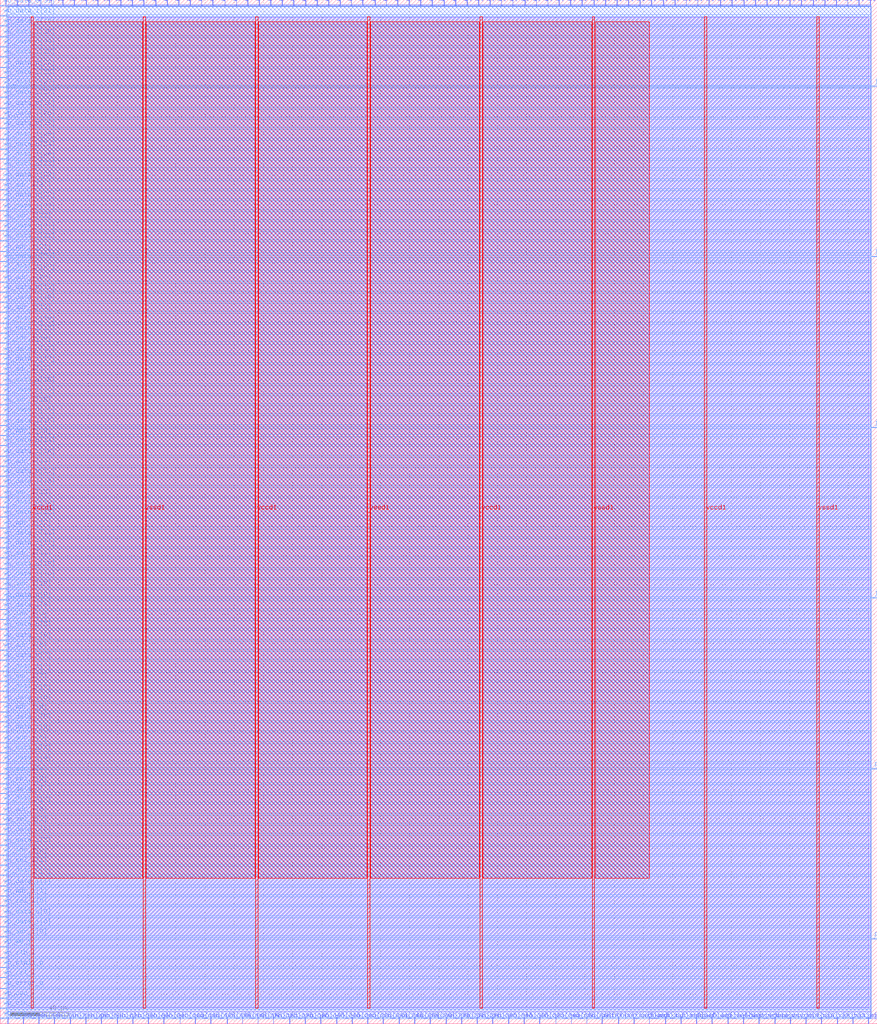
<source format=lef>
VERSION 5.7 ;
  NOWIREEXTENSIONATPIN ON ;
  DIVIDERCHAR "/" ;
  BUSBITCHARS "[]" ;
MACRO Peripherals
  CLASS BLOCK ;
  FOREIGN Peripherals ;
  ORIGIN 0.000 0.000 ;
  SIZE 600.000 BY 700.000 ;
  PIN flash_csb
    DIRECTION INPUT ;
    USE SIGNAL ;
    PORT
      LAYER met2 ;
        RECT 433.410 0.000 433.690 4.000 ;
    END
  END flash_csb
  PIN flash_io0_read
    DIRECTION OUTPUT TRISTATE ;
    USE SIGNAL ;
    PORT
      LAYER met2 ;
        RECT 443.990 0.000 444.270 4.000 ;
    END
  END flash_io0_read
  PIN flash_io0_we
    DIRECTION INPUT ;
    USE SIGNAL ;
    PORT
      LAYER met2 ;
        RECT 455.030 0.000 455.310 4.000 ;
    END
  END flash_io0_we
  PIN flash_io0_write
    DIRECTION INPUT ;
    USE SIGNAL ;
    PORT
      LAYER met2 ;
        RECT 465.610 0.000 465.890 4.000 ;
    END
  END flash_io0_write
  PIN flash_io1_read
    DIRECTION OUTPUT TRISTATE ;
    USE SIGNAL ;
    PORT
      LAYER met2 ;
        RECT 476.190 0.000 476.470 4.000 ;
    END
  END flash_io1_read
  PIN flash_io1_we
    DIRECTION INPUT ;
    USE SIGNAL ;
    PORT
      LAYER met2 ;
        RECT 486.770 0.000 487.050 4.000 ;
    END
  END flash_io1_we
  PIN flash_io1_write
    DIRECTION INPUT ;
    USE SIGNAL ;
    PORT
      LAYER met2 ;
        RECT 497.810 0.000 498.090 4.000 ;
    END
  END flash_io1_write
  PIN flash_sck
    DIRECTION INPUT ;
    USE SIGNAL ;
    PORT
      LAYER met2 ;
        RECT 508.390 0.000 508.670 4.000 ;
    END
  END flash_sck
  PIN internal_uart_rx
    DIRECTION INPUT ;
    USE SIGNAL ;
    PORT
      LAYER met2 ;
        RECT 411.790 0.000 412.070 4.000 ;
    END
  END internal_uart_rx
  PIN internal_uart_tx
    DIRECTION OUTPUT TRISTATE ;
    USE SIGNAL ;
    PORT
      LAYER met2 ;
        RECT 422.830 0.000 423.110 4.000 ;
    END
  END internal_uart_tx
  PIN io_in[0]
    DIRECTION INPUT ;
    USE SIGNAL ;
    PORT
      LAYER met2 ;
        RECT 3.770 696.000 4.050 700.000 ;
    END
  END io_in[0]
  PIN io_in[10]
    DIRECTION INPUT ;
    USE SIGNAL ;
    PORT
      LAYER met2 ;
        RECT 82.430 696.000 82.710 700.000 ;
    END
  END io_in[10]
  PIN io_in[11]
    DIRECTION INPUT ;
    USE SIGNAL ;
    PORT
      LAYER met2 ;
        RECT 90.250 696.000 90.530 700.000 ;
    END
  END io_in[11]
  PIN io_in[12]
    DIRECTION INPUT ;
    USE SIGNAL ;
    PORT
      LAYER met2 ;
        RECT 98.070 696.000 98.350 700.000 ;
    END
  END io_in[12]
  PIN io_in[13]
    DIRECTION INPUT ;
    USE SIGNAL ;
    PORT
      LAYER met2 ;
        RECT 106.350 696.000 106.630 700.000 ;
    END
  END io_in[13]
  PIN io_in[14]
    DIRECTION INPUT ;
    USE SIGNAL ;
    PORT
      LAYER met2 ;
        RECT 114.170 696.000 114.450 700.000 ;
    END
  END io_in[14]
  PIN io_in[15]
    DIRECTION INPUT ;
    USE SIGNAL ;
    PORT
      LAYER met2 ;
        RECT 121.990 696.000 122.270 700.000 ;
    END
  END io_in[15]
  PIN io_in[16]
    DIRECTION INPUT ;
    USE SIGNAL ;
    PORT
      LAYER met2 ;
        RECT 129.810 696.000 130.090 700.000 ;
    END
  END io_in[16]
  PIN io_in[17]
    DIRECTION INPUT ;
    USE SIGNAL ;
    PORT
      LAYER met2 ;
        RECT 137.630 696.000 137.910 700.000 ;
    END
  END io_in[17]
  PIN io_in[18]
    DIRECTION INPUT ;
    USE SIGNAL ;
    PORT
      LAYER met2 ;
        RECT 145.450 696.000 145.730 700.000 ;
    END
  END io_in[18]
  PIN io_in[19]
    DIRECTION INPUT ;
    USE SIGNAL ;
    PORT
      LAYER met2 ;
        RECT 153.730 696.000 154.010 700.000 ;
    END
  END io_in[19]
  PIN io_in[1]
    DIRECTION INPUT ;
    USE SIGNAL ;
    PORT
      LAYER met2 ;
        RECT 11.590 696.000 11.870 700.000 ;
    END
  END io_in[1]
  PIN io_in[20]
    DIRECTION INPUT ;
    USE SIGNAL ;
    PORT
      LAYER met2 ;
        RECT 161.550 696.000 161.830 700.000 ;
    END
  END io_in[20]
  PIN io_in[21]
    DIRECTION INPUT ;
    USE SIGNAL ;
    PORT
      LAYER met2 ;
        RECT 169.370 696.000 169.650 700.000 ;
    END
  END io_in[21]
  PIN io_in[22]
    DIRECTION INPUT ;
    USE SIGNAL ;
    PORT
      LAYER met2 ;
        RECT 177.190 696.000 177.470 700.000 ;
    END
  END io_in[22]
  PIN io_in[23]
    DIRECTION INPUT ;
    USE SIGNAL ;
    PORT
      LAYER met2 ;
        RECT 185.010 696.000 185.290 700.000 ;
    END
  END io_in[23]
  PIN io_in[24]
    DIRECTION INPUT ;
    USE SIGNAL ;
    PORT
      LAYER met2 ;
        RECT 192.830 696.000 193.110 700.000 ;
    END
  END io_in[24]
  PIN io_in[25]
    DIRECTION INPUT ;
    USE SIGNAL ;
    PORT
      LAYER met2 ;
        RECT 200.650 696.000 200.930 700.000 ;
    END
  END io_in[25]
  PIN io_in[26]
    DIRECTION INPUT ;
    USE SIGNAL ;
    PORT
      LAYER met2 ;
        RECT 208.930 696.000 209.210 700.000 ;
    END
  END io_in[26]
  PIN io_in[27]
    DIRECTION INPUT ;
    USE SIGNAL ;
    PORT
      LAYER met2 ;
        RECT 216.750 696.000 217.030 700.000 ;
    END
  END io_in[27]
  PIN io_in[28]
    DIRECTION INPUT ;
    USE SIGNAL ;
    PORT
      LAYER met2 ;
        RECT 224.570 696.000 224.850 700.000 ;
    END
  END io_in[28]
  PIN io_in[29]
    DIRECTION INPUT ;
    USE SIGNAL ;
    PORT
      LAYER met2 ;
        RECT 232.390 696.000 232.670 700.000 ;
    END
  END io_in[29]
  PIN io_in[2]
    DIRECTION INPUT ;
    USE SIGNAL ;
    PORT
      LAYER met2 ;
        RECT 19.410 696.000 19.690 700.000 ;
    END
  END io_in[2]
  PIN io_in[30]
    DIRECTION INPUT ;
    USE SIGNAL ;
    PORT
      LAYER met2 ;
        RECT 240.210 696.000 240.490 700.000 ;
    END
  END io_in[30]
  PIN io_in[31]
    DIRECTION INPUT ;
    USE SIGNAL ;
    PORT
      LAYER met2 ;
        RECT 248.030 696.000 248.310 700.000 ;
    END
  END io_in[31]
  PIN io_in[32]
    DIRECTION INPUT ;
    USE SIGNAL ;
    PORT
      LAYER met2 ;
        RECT 256.310 696.000 256.590 700.000 ;
    END
  END io_in[32]
  PIN io_in[33]
    DIRECTION INPUT ;
    USE SIGNAL ;
    PORT
      LAYER met2 ;
        RECT 264.130 696.000 264.410 700.000 ;
    END
  END io_in[33]
  PIN io_in[34]
    DIRECTION INPUT ;
    USE SIGNAL ;
    PORT
      LAYER met2 ;
        RECT 271.950 696.000 272.230 700.000 ;
    END
  END io_in[34]
  PIN io_in[35]
    DIRECTION INPUT ;
    USE SIGNAL ;
    PORT
      LAYER met2 ;
        RECT 279.770 696.000 280.050 700.000 ;
    END
  END io_in[35]
  PIN io_in[36]
    DIRECTION INPUT ;
    USE SIGNAL ;
    PORT
      LAYER met2 ;
        RECT 287.590 696.000 287.870 700.000 ;
    END
  END io_in[36]
  PIN io_in[37]
    DIRECTION INPUT ;
    USE SIGNAL ;
    PORT
      LAYER met2 ;
        RECT 295.410 696.000 295.690 700.000 ;
    END
  END io_in[37]
  PIN io_in[3]
    DIRECTION INPUT ;
    USE SIGNAL ;
    PORT
      LAYER met2 ;
        RECT 27.230 696.000 27.510 700.000 ;
    END
  END io_in[3]
  PIN io_in[4]
    DIRECTION INPUT ;
    USE SIGNAL ;
    PORT
      LAYER met2 ;
        RECT 35.050 696.000 35.330 700.000 ;
    END
  END io_in[4]
  PIN io_in[5]
    DIRECTION INPUT ;
    USE SIGNAL ;
    PORT
      LAYER met2 ;
        RECT 42.870 696.000 43.150 700.000 ;
    END
  END io_in[5]
  PIN io_in[6]
    DIRECTION INPUT ;
    USE SIGNAL ;
    PORT
      LAYER met2 ;
        RECT 50.690 696.000 50.970 700.000 ;
    END
  END io_in[6]
  PIN io_in[7]
    DIRECTION INPUT ;
    USE SIGNAL ;
    PORT
      LAYER met2 ;
        RECT 58.970 696.000 59.250 700.000 ;
    END
  END io_in[7]
  PIN io_in[8]
    DIRECTION INPUT ;
    USE SIGNAL ;
    PORT
      LAYER met2 ;
        RECT 66.790 696.000 67.070 700.000 ;
    END
  END io_in[8]
  PIN io_in[9]
    DIRECTION INPUT ;
    USE SIGNAL ;
    PORT
      LAYER met2 ;
        RECT 74.610 696.000 74.890 700.000 ;
    END
  END io_in[9]
  PIN io_oeb[0]
    DIRECTION OUTPUT TRISTATE ;
    USE SIGNAL ;
    PORT
      LAYER met2 ;
        RECT 5.150 0.000 5.430 4.000 ;
    END
  END io_oeb[0]
  PIN io_oeb[10]
    DIRECTION OUTPUT TRISTATE ;
    USE SIGNAL ;
    PORT
      LAYER met2 ;
        RECT 111.870 0.000 112.150 4.000 ;
    END
  END io_oeb[10]
  PIN io_oeb[11]
    DIRECTION OUTPUT TRISTATE ;
    USE SIGNAL ;
    PORT
      LAYER met2 ;
        RECT 122.910 0.000 123.190 4.000 ;
    END
  END io_oeb[11]
  PIN io_oeb[12]
    DIRECTION OUTPUT TRISTATE ;
    USE SIGNAL ;
    PORT
      LAYER met2 ;
        RECT 133.490 0.000 133.770 4.000 ;
    END
  END io_oeb[12]
  PIN io_oeb[13]
    DIRECTION OUTPUT TRISTATE ;
    USE SIGNAL ;
    PORT
      LAYER met2 ;
        RECT 144.070 0.000 144.350 4.000 ;
    END
  END io_oeb[13]
  PIN io_oeb[14]
    DIRECTION OUTPUT TRISTATE ;
    USE SIGNAL ;
    PORT
      LAYER met2 ;
        RECT 155.110 0.000 155.390 4.000 ;
    END
  END io_oeb[14]
  PIN io_oeb[15]
    DIRECTION OUTPUT TRISTATE ;
    USE SIGNAL ;
    PORT
      LAYER met2 ;
        RECT 165.690 0.000 165.970 4.000 ;
    END
  END io_oeb[15]
  PIN io_oeb[16]
    DIRECTION OUTPUT TRISTATE ;
    USE SIGNAL ;
    PORT
      LAYER met2 ;
        RECT 176.270 0.000 176.550 4.000 ;
    END
  END io_oeb[16]
  PIN io_oeb[17]
    DIRECTION OUTPUT TRISTATE ;
    USE SIGNAL ;
    PORT
      LAYER met2 ;
        RECT 186.850 0.000 187.130 4.000 ;
    END
  END io_oeb[17]
  PIN io_oeb[18]
    DIRECTION OUTPUT TRISTATE ;
    USE SIGNAL ;
    PORT
      LAYER met2 ;
        RECT 197.890 0.000 198.170 4.000 ;
    END
  END io_oeb[18]
  PIN io_oeb[19]
    DIRECTION OUTPUT TRISTATE ;
    USE SIGNAL ;
    PORT
      LAYER met2 ;
        RECT 208.470 0.000 208.750 4.000 ;
    END
  END io_oeb[19]
  PIN io_oeb[1]
    DIRECTION OUTPUT TRISTATE ;
    USE SIGNAL ;
    PORT
      LAYER met2 ;
        RECT 15.730 0.000 16.010 4.000 ;
    END
  END io_oeb[1]
  PIN io_oeb[20]
    DIRECTION OUTPUT TRISTATE ;
    USE SIGNAL ;
    PORT
      LAYER met2 ;
        RECT 219.050 0.000 219.330 4.000 ;
    END
  END io_oeb[20]
  PIN io_oeb[21]
    DIRECTION OUTPUT TRISTATE ;
    USE SIGNAL ;
    PORT
      LAYER met2 ;
        RECT 230.090 0.000 230.370 4.000 ;
    END
  END io_oeb[21]
  PIN io_oeb[22]
    DIRECTION OUTPUT TRISTATE ;
    USE SIGNAL ;
    PORT
      LAYER met2 ;
        RECT 240.670 0.000 240.950 4.000 ;
    END
  END io_oeb[22]
  PIN io_oeb[23]
    DIRECTION OUTPUT TRISTATE ;
    USE SIGNAL ;
    PORT
      LAYER met2 ;
        RECT 251.250 0.000 251.530 4.000 ;
    END
  END io_oeb[23]
  PIN io_oeb[24]
    DIRECTION OUTPUT TRISTATE ;
    USE SIGNAL ;
    PORT
      LAYER met2 ;
        RECT 261.830 0.000 262.110 4.000 ;
    END
  END io_oeb[24]
  PIN io_oeb[25]
    DIRECTION OUTPUT TRISTATE ;
    USE SIGNAL ;
    PORT
      LAYER met2 ;
        RECT 272.870 0.000 273.150 4.000 ;
    END
  END io_oeb[25]
  PIN io_oeb[26]
    DIRECTION OUTPUT TRISTATE ;
    USE SIGNAL ;
    PORT
      LAYER met2 ;
        RECT 283.450 0.000 283.730 4.000 ;
    END
  END io_oeb[26]
  PIN io_oeb[27]
    DIRECTION OUTPUT TRISTATE ;
    USE SIGNAL ;
    PORT
      LAYER met2 ;
        RECT 294.030 0.000 294.310 4.000 ;
    END
  END io_oeb[27]
  PIN io_oeb[28]
    DIRECTION OUTPUT TRISTATE ;
    USE SIGNAL ;
    PORT
      LAYER met2 ;
        RECT 305.070 0.000 305.350 4.000 ;
    END
  END io_oeb[28]
  PIN io_oeb[29]
    DIRECTION OUTPUT TRISTATE ;
    USE SIGNAL ;
    PORT
      LAYER met2 ;
        RECT 315.650 0.000 315.930 4.000 ;
    END
  END io_oeb[29]
  PIN io_oeb[2]
    DIRECTION OUTPUT TRISTATE ;
    USE SIGNAL ;
    PORT
      LAYER met2 ;
        RECT 26.310 0.000 26.590 4.000 ;
    END
  END io_oeb[2]
  PIN io_oeb[30]
    DIRECTION OUTPUT TRISTATE ;
    USE SIGNAL ;
    PORT
      LAYER met2 ;
        RECT 326.230 0.000 326.510 4.000 ;
    END
  END io_oeb[30]
  PIN io_oeb[31]
    DIRECTION OUTPUT TRISTATE ;
    USE SIGNAL ;
    PORT
      LAYER met2 ;
        RECT 336.810 0.000 337.090 4.000 ;
    END
  END io_oeb[31]
  PIN io_oeb[32]
    DIRECTION OUTPUT TRISTATE ;
    USE SIGNAL ;
    PORT
      LAYER met2 ;
        RECT 347.850 0.000 348.130 4.000 ;
    END
  END io_oeb[32]
  PIN io_oeb[33]
    DIRECTION OUTPUT TRISTATE ;
    USE SIGNAL ;
    PORT
      LAYER met2 ;
        RECT 358.430 0.000 358.710 4.000 ;
    END
  END io_oeb[33]
  PIN io_oeb[34]
    DIRECTION OUTPUT TRISTATE ;
    USE SIGNAL ;
    PORT
      LAYER met2 ;
        RECT 369.010 0.000 369.290 4.000 ;
    END
  END io_oeb[34]
  PIN io_oeb[35]
    DIRECTION OUTPUT TRISTATE ;
    USE SIGNAL ;
    PORT
      LAYER met2 ;
        RECT 380.050 0.000 380.330 4.000 ;
    END
  END io_oeb[35]
  PIN io_oeb[36]
    DIRECTION OUTPUT TRISTATE ;
    USE SIGNAL ;
    PORT
      LAYER met2 ;
        RECT 390.630 0.000 390.910 4.000 ;
    END
  END io_oeb[36]
  PIN io_oeb[37]
    DIRECTION OUTPUT TRISTATE ;
    USE SIGNAL ;
    PORT
      LAYER met2 ;
        RECT 401.210 0.000 401.490 4.000 ;
    END
  END io_oeb[37]
  PIN io_oeb[3]
    DIRECTION OUTPUT TRISTATE ;
    USE SIGNAL ;
    PORT
      LAYER met2 ;
        RECT 36.890 0.000 37.170 4.000 ;
    END
  END io_oeb[3]
  PIN io_oeb[4]
    DIRECTION OUTPUT TRISTATE ;
    USE SIGNAL ;
    PORT
      LAYER met2 ;
        RECT 47.930 0.000 48.210 4.000 ;
    END
  END io_oeb[4]
  PIN io_oeb[5]
    DIRECTION OUTPUT TRISTATE ;
    USE SIGNAL ;
    PORT
      LAYER met2 ;
        RECT 58.510 0.000 58.790 4.000 ;
    END
  END io_oeb[5]
  PIN io_oeb[6]
    DIRECTION OUTPUT TRISTATE ;
    USE SIGNAL ;
    PORT
      LAYER met2 ;
        RECT 69.090 0.000 69.370 4.000 ;
    END
  END io_oeb[6]
  PIN io_oeb[7]
    DIRECTION OUTPUT TRISTATE ;
    USE SIGNAL ;
    PORT
      LAYER met2 ;
        RECT 80.130 0.000 80.410 4.000 ;
    END
  END io_oeb[7]
  PIN io_oeb[8]
    DIRECTION OUTPUT TRISTATE ;
    USE SIGNAL ;
    PORT
      LAYER met2 ;
        RECT 90.710 0.000 90.990 4.000 ;
    END
  END io_oeb[8]
  PIN io_oeb[9]
    DIRECTION OUTPUT TRISTATE ;
    USE SIGNAL ;
    PORT
      LAYER met2 ;
        RECT 101.290 0.000 101.570 4.000 ;
    END
  END io_oeb[9]
  PIN io_out[0]
    DIRECTION OUTPUT TRISTATE ;
    USE SIGNAL ;
    PORT
      LAYER met2 ;
        RECT 303.690 696.000 303.970 700.000 ;
    END
  END io_out[0]
  PIN io_out[10]
    DIRECTION OUTPUT TRISTATE ;
    USE SIGNAL ;
    PORT
      LAYER met2 ;
        RECT 382.350 696.000 382.630 700.000 ;
    END
  END io_out[10]
  PIN io_out[11]
    DIRECTION OUTPUT TRISTATE ;
    USE SIGNAL ;
    PORT
      LAYER met2 ;
        RECT 390.170 696.000 390.450 700.000 ;
    END
  END io_out[11]
  PIN io_out[12]
    DIRECTION OUTPUT TRISTATE ;
    USE SIGNAL ;
    PORT
      LAYER met2 ;
        RECT 397.990 696.000 398.270 700.000 ;
    END
  END io_out[12]
  PIN io_out[13]
    DIRECTION OUTPUT TRISTATE ;
    USE SIGNAL ;
    PORT
      LAYER met2 ;
        RECT 406.270 696.000 406.550 700.000 ;
    END
  END io_out[13]
  PIN io_out[14]
    DIRECTION OUTPUT TRISTATE ;
    USE SIGNAL ;
    PORT
      LAYER met2 ;
        RECT 414.090 696.000 414.370 700.000 ;
    END
  END io_out[14]
  PIN io_out[15]
    DIRECTION OUTPUT TRISTATE ;
    USE SIGNAL ;
    PORT
      LAYER met2 ;
        RECT 421.910 696.000 422.190 700.000 ;
    END
  END io_out[15]
  PIN io_out[16]
    DIRECTION OUTPUT TRISTATE ;
    USE SIGNAL ;
    PORT
      LAYER met2 ;
        RECT 429.730 696.000 430.010 700.000 ;
    END
  END io_out[16]
  PIN io_out[17]
    DIRECTION OUTPUT TRISTATE ;
    USE SIGNAL ;
    PORT
      LAYER met2 ;
        RECT 437.550 696.000 437.830 700.000 ;
    END
  END io_out[17]
  PIN io_out[18]
    DIRECTION OUTPUT TRISTATE ;
    USE SIGNAL ;
    PORT
      LAYER met2 ;
        RECT 445.370 696.000 445.650 700.000 ;
    END
  END io_out[18]
  PIN io_out[19]
    DIRECTION OUTPUT TRISTATE ;
    USE SIGNAL ;
    PORT
      LAYER met2 ;
        RECT 453.650 696.000 453.930 700.000 ;
    END
  END io_out[19]
  PIN io_out[1]
    DIRECTION OUTPUT TRISTATE ;
    USE SIGNAL ;
    PORT
      LAYER met2 ;
        RECT 311.510 696.000 311.790 700.000 ;
    END
  END io_out[1]
  PIN io_out[20]
    DIRECTION OUTPUT TRISTATE ;
    USE SIGNAL ;
    PORT
      LAYER met2 ;
        RECT 461.470 696.000 461.750 700.000 ;
    END
  END io_out[20]
  PIN io_out[21]
    DIRECTION OUTPUT TRISTATE ;
    USE SIGNAL ;
    PORT
      LAYER met2 ;
        RECT 469.290 696.000 469.570 700.000 ;
    END
  END io_out[21]
  PIN io_out[22]
    DIRECTION OUTPUT TRISTATE ;
    USE SIGNAL ;
    PORT
      LAYER met2 ;
        RECT 477.110 696.000 477.390 700.000 ;
    END
  END io_out[22]
  PIN io_out[23]
    DIRECTION OUTPUT TRISTATE ;
    USE SIGNAL ;
    PORT
      LAYER met2 ;
        RECT 484.930 696.000 485.210 700.000 ;
    END
  END io_out[23]
  PIN io_out[24]
    DIRECTION OUTPUT TRISTATE ;
    USE SIGNAL ;
    PORT
      LAYER met2 ;
        RECT 492.750 696.000 493.030 700.000 ;
    END
  END io_out[24]
  PIN io_out[25]
    DIRECTION OUTPUT TRISTATE ;
    USE SIGNAL ;
    PORT
      LAYER met2 ;
        RECT 500.570 696.000 500.850 700.000 ;
    END
  END io_out[25]
  PIN io_out[26]
    DIRECTION OUTPUT TRISTATE ;
    USE SIGNAL ;
    PORT
      LAYER met2 ;
        RECT 508.850 696.000 509.130 700.000 ;
    END
  END io_out[26]
  PIN io_out[27]
    DIRECTION OUTPUT TRISTATE ;
    USE SIGNAL ;
    PORT
      LAYER met2 ;
        RECT 516.670 696.000 516.950 700.000 ;
    END
  END io_out[27]
  PIN io_out[28]
    DIRECTION OUTPUT TRISTATE ;
    USE SIGNAL ;
    PORT
      LAYER met2 ;
        RECT 524.490 696.000 524.770 700.000 ;
    END
  END io_out[28]
  PIN io_out[29]
    DIRECTION OUTPUT TRISTATE ;
    USE SIGNAL ;
    PORT
      LAYER met2 ;
        RECT 532.310 696.000 532.590 700.000 ;
    END
  END io_out[29]
  PIN io_out[2]
    DIRECTION OUTPUT TRISTATE ;
    USE SIGNAL ;
    PORT
      LAYER met2 ;
        RECT 319.330 696.000 319.610 700.000 ;
    END
  END io_out[2]
  PIN io_out[30]
    DIRECTION OUTPUT TRISTATE ;
    USE SIGNAL ;
    PORT
      LAYER met2 ;
        RECT 540.130 696.000 540.410 700.000 ;
    END
  END io_out[30]
  PIN io_out[31]
    DIRECTION OUTPUT TRISTATE ;
    USE SIGNAL ;
    PORT
      LAYER met2 ;
        RECT 547.950 696.000 548.230 700.000 ;
    END
  END io_out[31]
  PIN io_out[32]
    DIRECTION OUTPUT TRISTATE ;
    USE SIGNAL ;
    PORT
      LAYER met2 ;
        RECT 556.230 696.000 556.510 700.000 ;
    END
  END io_out[32]
  PIN io_out[33]
    DIRECTION OUTPUT TRISTATE ;
    USE SIGNAL ;
    PORT
      LAYER met2 ;
        RECT 564.050 696.000 564.330 700.000 ;
    END
  END io_out[33]
  PIN io_out[34]
    DIRECTION OUTPUT TRISTATE ;
    USE SIGNAL ;
    PORT
      LAYER met2 ;
        RECT 571.870 696.000 572.150 700.000 ;
    END
  END io_out[34]
  PIN io_out[35]
    DIRECTION OUTPUT TRISTATE ;
    USE SIGNAL ;
    PORT
      LAYER met2 ;
        RECT 579.690 696.000 579.970 700.000 ;
    END
  END io_out[35]
  PIN io_out[36]
    DIRECTION OUTPUT TRISTATE ;
    USE SIGNAL ;
    PORT
      LAYER met2 ;
        RECT 587.510 696.000 587.790 700.000 ;
    END
  END io_out[36]
  PIN io_out[37]
    DIRECTION OUTPUT TRISTATE ;
    USE SIGNAL ;
    PORT
      LAYER met2 ;
        RECT 595.330 696.000 595.610 700.000 ;
    END
  END io_out[37]
  PIN io_out[3]
    DIRECTION OUTPUT TRISTATE ;
    USE SIGNAL ;
    PORT
      LAYER met2 ;
        RECT 327.150 696.000 327.430 700.000 ;
    END
  END io_out[3]
  PIN io_out[4]
    DIRECTION OUTPUT TRISTATE ;
    USE SIGNAL ;
    PORT
      LAYER met2 ;
        RECT 334.970 696.000 335.250 700.000 ;
    END
  END io_out[4]
  PIN io_out[5]
    DIRECTION OUTPUT TRISTATE ;
    USE SIGNAL ;
    PORT
      LAYER met2 ;
        RECT 342.790 696.000 343.070 700.000 ;
    END
  END io_out[5]
  PIN io_out[6]
    DIRECTION OUTPUT TRISTATE ;
    USE SIGNAL ;
    PORT
      LAYER met2 ;
        RECT 350.610 696.000 350.890 700.000 ;
    END
  END io_out[6]
  PIN io_out[7]
    DIRECTION OUTPUT TRISTATE ;
    USE SIGNAL ;
    PORT
      LAYER met2 ;
        RECT 358.890 696.000 359.170 700.000 ;
    END
  END io_out[7]
  PIN io_out[8]
    DIRECTION OUTPUT TRISTATE ;
    USE SIGNAL ;
    PORT
      LAYER met2 ;
        RECT 366.710 696.000 366.990 700.000 ;
    END
  END io_out[8]
  PIN io_out[9]
    DIRECTION OUTPUT TRISTATE ;
    USE SIGNAL ;
    PORT
      LAYER met2 ;
        RECT 374.530 696.000 374.810 700.000 ;
    END
  END io_out[9]
  PIN jtag_tck
    DIRECTION OUTPUT TRISTATE ;
    USE SIGNAL ;
    PORT
      LAYER met3 ;
        RECT 596.000 291.080 600.000 291.680 ;
    END
  END jtag_tck
  PIN jtag_tdi
    DIRECTION OUTPUT TRISTATE ;
    USE SIGNAL ;
    PORT
      LAYER met3 ;
        RECT 596.000 407.360 600.000 407.960 ;
    END
  END jtag_tdi
  PIN jtag_tdo
    DIRECTION INPUT ;
    USE SIGNAL ;
    PORT
      LAYER met3 ;
        RECT 596.000 524.320 600.000 524.920 ;
    END
  END jtag_tdo
  PIN jtag_tms
    DIRECTION OUTPUT TRISTATE ;
    USE SIGNAL ;
    PORT
      LAYER met3 ;
        RECT 596.000 640.600 600.000 641.200 ;
    END
  END jtag_tms
  PIN probe_blink[0]
    DIRECTION OUTPUT TRISTATE ;
    USE SIGNAL ;
    PORT
      LAYER met3 ;
        RECT 596.000 57.840 600.000 58.440 ;
    END
  END probe_blink[0]
  PIN probe_blink[1]
    DIRECTION OUTPUT TRISTATE ;
    USE SIGNAL ;
    PORT
      LAYER met3 ;
        RECT 596.000 174.120 600.000 174.720 ;
    END
  END probe_blink[1]
  PIN vccd1
    DIRECTION INOUT ;
    USE POWER ;
    PORT
      LAYER met4 ;
        RECT 21.040 10.640 22.640 688.400 ;
    END
    PORT
      LAYER met4 ;
        RECT 174.640 10.640 176.240 688.400 ;
    END
    PORT
      LAYER met4 ;
        RECT 328.240 10.640 329.840 688.400 ;
    END
    PORT
      LAYER met4 ;
        RECT 481.840 10.640 483.440 688.400 ;
    END
  END vccd1
  PIN vga_b[0]
    DIRECTION INPUT ;
    USE SIGNAL ;
    PORT
      LAYER met2 ;
        RECT 540.590 0.000 540.870 4.000 ;
    END
  END vga_b[0]
  PIN vga_b[1]
    DIRECTION INPUT ;
    USE SIGNAL ;
    PORT
      LAYER met2 ;
        RECT 572.790 0.000 573.070 4.000 ;
    END
  END vga_b[1]
  PIN vga_g[0]
    DIRECTION INPUT ;
    USE SIGNAL ;
    PORT
      LAYER met2 ;
        RECT 551.170 0.000 551.450 4.000 ;
    END
  END vga_g[0]
  PIN vga_g[1]
    DIRECTION INPUT ;
    USE SIGNAL ;
    PORT
      LAYER met2 ;
        RECT 583.370 0.000 583.650 4.000 ;
    END
  END vga_g[1]
  PIN vga_hsync
    DIRECTION INPUT ;
    USE SIGNAL ;
    PORT
      LAYER met2 ;
        RECT 518.970 0.000 519.250 4.000 ;
    END
  END vga_hsync
  PIN vga_r[0]
    DIRECTION INPUT ;
    USE SIGNAL ;
    PORT
      LAYER met2 ;
        RECT 561.750 0.000 562.030 4.000 ;
    END
  END vga_r[0]
  PIN vga_r[1]
    DIRECTION INPUT ;
    USE SIGNAL ;
    PORT
      LAYER met2 ;
        RECT 593.950 0.000 594.230 4.000 ;
    END
  END vga_r[1]
  PIN vga_vsync
    DIRECTION INPUT ;
    USE SIGNAL ;
    PORT
      LAYER met2 ;
        RECT 530.010 0.000 530.290 4.000 ;
    END
  END vga_vsync
  PIN vssd1
    DIRECTION INOUT ;
    USE GROUND ;
    PORT
      LAYER met4 ;
        RECT 97.840 10.640 99.440 688.400 ;
    END
    PORT
      LAYER met4 ;
        RECT 251.440 10.640 253.040 688.400 ;
    END
    PORT
      LAYER met4 ;
        RECT 405.040 10.640 406.640 688.400 ;
    END
    PORT
      LAYER met4 ;
        RECT 558.640 10.640 560.240 688.400 ;
    END
  END vssd1
  PIN wb_ack_o
    DIRECTION OUTPUT TRISTATE ;
    USE SIGNAL ;
    PORT
      LAYER met3 ;
        RECT 0.000 3.440 4.000 4.040 ;
    END
  END wb_ack_o
  PIN wb_adr_i[0]
    DIRECTION INPUT ;
    USE SIGNAL ;
    PORT
      LAYER met3 ;
        RECT 0.000 59.200 4.000 59.800 ;
    END
  END wb_adr_i[0]
  PIN wb_adr_i[10]
    DIRECTION INPUT ;
    USE SIGNAL ;
    PORT
      LAYER met3 ;
        RECT 0.000 297.200 4.000 297.800 ;
    END
  END wb_adr_i[10]
  PIN wb_adr_i[11]
    DIRECTION INPUT ;
    USE SIGNAL ;
    PORT
      LAYER met3 ;
        RECT 0.000 318.280 4.000 318.880 ;
    END
  END wb_adr_i[11]
  PIN wb_adr_i[12]
    DIRECTION INPUT ;
    USE SIGNAL ;
    PORT
      LAYER met3 ;
        RECT 0.000 338.680 4.000 339.280 ;
    END
  END wb_adr_i[12]
  PIN wb_adr_i[13]
    DIRECTION INPUT ;
    USE SIGNAL ;
    PORT
      LAYER met3 ;
        RECT 0.000 359.760 4.000 360.360 ;
    END
  END wb_adr_i[13]
  PIN wb_adr_i[14]
    DIRECTION INPUT ;
    USE SIGNAL ;
    PORT
      LAYER met3 ;
        RECT 0.000 380.840 4.000 381.440 ;
    END
  END wb_adr_i[14]
  PIN wb_adr_i[15]
    DIRECTION INPUT ;
    USE SIGNAL ;
    PORT
      LAYER met3 ;
        RECT 0.000 401.920 4.000 402.520 ;
    END
  END wb_adr_i[15]
  PIN wb_adr_i[16]
    DIRECTION INPUT ;
    USE SIGNAL ;
    PORT
      LAYER met3 ;
        RECT 0.000 423.000 4.000 423.600 ;
    END
  END wb_adr_i[16]
  PIN wb_adr_i[17]
    DIRECTION INPUT ;
    USE SIGNAL ;
    PORT
      LAYER met3 ;
        RECT 0.000 444.080 4.000 444.680 ;
    END
  END wb_adr_i[17]
  PIN wb_adr_i[18]
    DIRECTION INPUT ;
    USE SIGNAL ;
    PORT
      LAYER met3 ;
        RECT 0.000 465.160 4.000 465.760 ;
    END
  END wb_adr_i[18]
  PIN wb_adr_i[19]
    DIRECTION INPUT ;
    USE SIGNAL ;
    PORT
      LAYER met3 ;
        RECT 0.000 486.240 4.000 486.840 ;
    END
  END wb_adr_i[19]
  PIN wb_adr_i[1]
    DIRECTION INPUT ;
    USE SIGNAL ;
    PORT
      LAYER met3 ;
        RECT 0.000 87.080 4.000 87.680 ;
    END
  END wb_adr_i[1]
  PIN wb_adr_i[20]
    DIRECTION INPUT ;
    USE SIGNAL ;
    PORT
      LAYER met3 ;
        RECT 0.000 506.640 4.000 507.240 ;
    END
  END wb_adr_i[20]
  PIN wb_adr_i[21]
    DIRECTION INPUT ;
    USE SIGNAL ;
    PORT
      LAYER met3 ;
        RECT 0.000 527.720 4.000 528.320 ;
    END
  END wb_adr_i[21]
  PIN wb_adr_i[22]
    DIRECTION INPUT ;
    USE SIGNAL ;
    PORT
      LAYER met3 ;
        RECT 0.000 548.800 4.000 549.400 ;
    END
  END wb_adr_i[22]
  PIN wb_adr_i[23]
    DIRECTION INPUT ;
    USE SIGNAL ;
    PORT
      LAYER met3 ;
        RECT 0.000 569.880 4.000 570.480 ;
    END
  END wb_adr_i[23]
  PIN wb_adr_i[2]
    DIRECTION INPUT ;
    USE SIGNAL ;
    PORT
      LAYER met3 ;
        RECT 0.000 114.960 4.000 115.560 ;
    END
  END wb_adr_i[2]
  PIN wb_adr_i[3]
    DIRECTION INPUT ;
    USE SIGNAL ;
    PORT
      LAYER met3 ;
        RECT 0.000 142.840 4.000 143.440 ;
    END
  END wb_adr_i[3]
  PIN wb_adr_i[4]
    DIRECTION INPUT ;
    USE SIGNAL ;
    PORT
      LAYER met3 ;
        RECT 0.000 170.720 4.000 171.320 ;
    END
  END wb_adr_i[4]
  PIN wb_adr_i[5]
    DIRECTION INPUT ;
    USE SIGNAL ;
    PORT
      LAYER met3 ;
        RECT 0.000 191.800 4.000 192.400 ;
    END
  END wb_adr_i[5]
  PIN wb_adr_i[6]
    DIRECTION INPUT ;
    USE SIGNAL ;
    PORT
      LAYER met3 ;
        RECT 0.000 212.880 4.000 213.480 ;
    END
  END wb_adr_i[6]
  PIN wb_adr_i[7]
    DIRECTION INPUT ;
    USE SIGNAL ;
    PORT
      LAYER met3 ;
        RECT 0.000 233.960 4.000 234.560 ;
    END
  END wb_adr_i[7]
  PIN wb_adr_i[8]
    DIRECTION INPUT ;
    USE SIGNAL ;
    PORT
      LAYER met3 ;
        RECT 0.000 255.040 4.000 255.640 ;
    END
  END wb_adr_i[8]
  PIN wb_adr_i[9]
    DIRECTION INPUT ;
    USE SIGNAL ;
    PORT
      LAYER met3 ;
        RECT 0.000 276.120 4.000 276.720 ;
    END
  END wb_adr_i[9]
  PIN wb_clk_i
    DIRECTION INPUT ;
    USE SIGNAL ;
    PORT
      LAYER met3 ;
        RECT 0.000 10.240 4.000 10.840 ;
    END
  END wb_clk_i
  PIN wb_cyc_i
    DIRECTION INPUT ;
    USE SIGNAL ;
    PORT
      LAYER met3 ;
        RECT 0.000 17.040 4.000 17.640 ;
    END
  END wb_cyc_i
  PIN wb_data_i[0]
    DIRECTION INPUT ;
    USE SIGNAL ;
    PORT
      LAYER met3 ;
        RECT 0.000 66.000 4.000 66.600 ;
    END
  END wb_data_i[0]
  PIN wb_data_i[10]
    DIRECTION INPUT ;
    USE SIGNAL ;
    PORT
      LAYER met3 ;
        RECT 0.000 304.000 4.000 304.600 ;
    END
  END wb_data_i[10]
  PIN wb_data_i[11]
    DIRECTION INPUT ;
    USE SIGNAL ;
    PORT
      LAYER met3 ;
        RECT 0.000 325.080 4.000 325.680 ;
    END
  END wb_data_i[11]
  PIN wb_data_i[12]
    DIRECTION INPUT ;
    USE SIGNAL ;
    PORT
      LAYER met3 ;
        RECT 0.000 346.160 4.000 346.760 ;
    END
  END wb_data_i[12]
  PIN wb_data_i[13]
    DIRECTION INPUT ;
    USE SIGNAL ;
    PORT
      LAYER met3 ;
        RECT 0.000 367.240 4.000 367.840 ;
    END
  END wb_data_i[13]
  PIN wb_data_i[14]
    DIRECTION INPUT ;
    USE SIGNAL ;
    PORT
      LAYER met3 ;
        RECT 0.000 387.640 4.000 388.240 ;
    END
  END wb_data_i[14]
  PIN wb_data_i[15]
    DIRECTION INPUT ;
    USE SIGNAL ;
    PORT
      LAYER met3 ;
        RECT 0.000 408.720 4.000 409.320 ;
    END
  END wb_data_i[15]
  PIN wb_data_i[16]
    DIRECTION INPUT ;
    USE SIGNAL ;
    PORT
      LAYER met3 ;
        RECT 0.000 429.800 4.000 430.400 ;
    END
  END wb_data_i[16]
  PIN wb_data_i[17]
    DIRECTION INPUT ;
    USE SIGNAL ;
    PORT
      LAYER met3 ;
        RECT 0.000 450.880 4.000 451.480 ;
    END
  END wb_data_i[17]
  PIN wb_data_i[18]
    DIRECTION INPUT ;
    USE SIGNAL ;
    PORT
      LAYER met3 ;
        RECT 0.000 471.960 4.000 472.560 ;
    END
  END wb_data_i[18]
  PIN wb_data_i[19]
    DIRECTION INPUT ;
    USE SIGNAL ;
    PORT
      LAYER met3 ;
        RECT 0.000 493.040 4.000 493.640 ;
    END
  END wb_data_i[19]
  PIN wb_data_i[1]
    DIRECTION INPUT ;
    USE SIGNAL ;
    PORT
      LAYER met3 ;
        RECT 0.000 93.880 4.000 94.480 ;
    END
  END wb_data_i[1]
  PIN wb_data_i[20]
    DIRECTION INPUT ;
    USE SIGNAL ;
    PORT
      LAYER met3 ;
        RECT 0.000 514.120 4.000 514.720 ;
    END
  END wb_data_i[20]
  PIN wb_data_i[21]
    DIRECTION INPUT ;
    USE SIGNAL ;
    PORT
      LAYER met3 ;
        RECT 0.000 535.200 4.000 535.800 ;
    END
  END wb_data_i[21]
  PIN wb_data_i[22]
    DIRECTION INPUT ;
    USE SIGNAL ;
    PORT
      LAYER met3 ;
        RECT 0.000 555.600 4.000 556.200 ;
    END
  END wb_data_i[22]
  PIN wb_data_i[23]
    DIRECTION INPUT ;
    USE SIGNAL ;
    PORT
      LAYER met3 ;
        RECT 0.000 576.680 4.000 577.280 ;
    END
  END wb_data_i[23]
  PIN wb_data_i[24]
    DIRECTION INPUT ;
    USE SIGNAL ;
    PORT
      LAYER met3 ;
        RECT 0.000 590.960 4.000 591.560 ;
    END
  END wb_data_i[24]
  PIN wb_data_i[25]
    DIRECTION INPUT ;
    USE SIGNAL ;
    PORT
      LAYER met3 ;
        RECT 0.000 604.560 4.000 605.160 ;
    END
  END wb_data_i[25]
  PIN wb_data_i[26]
    DIRECTION INPUT ;
    USE SIGNAL ;
    PORT
      LAYER met3 ;
        RECT 0.000 618.840 4.000 619.440 ;
    END
  END wb_data_i[26]
  PIN wb_data_i[27]
    DIRECTION INPUT ;
    USE SIGNAL ;
    PORT
      LAYER met3 ;
        RECT 0.000 633.120 4.000 633.720 ;
    END
  END wb_data_i[27]
  PIN wb_data_i[28]
    DIRECTION INPUT ;
    USE SIGNAL ;
    PORT
      LAYER met3 ;
        RECT 0.000 646.720 4.000 647.320 ;
    END
  END wb_data_i[28]
  PIN wb_data_i[29]
    DIRECTION INPUT ;
    USE SIGNAL ;
    PORT
      LAYER met3 ;
        RECT 0.000 661.000 4.000 661.600 ;
    END
  END wb_data_i[29]
  PIN wb_data_i[2]
    DIRECTION INPUT ;
    USE SIGNAL ;
    PORT
      LAYER met3 ;
        RECT 0.000 121.760 4.000 122.360 ;
    END
  END wb_data_i[2]
  PIN wb_data_i[30]
    DIRECTION INPUT ;
    USE SIGNAL ;
    PORT
      LAYER met3 ;
        RECT 0.000 674.600 4.000 675.200 ;
    END
  END wb_data_i[30]
  PIN wb_data_i[31]
    DIRECTION INPUT ;
    USE SIGNAL ;
    PORT
      LAYER met3 ;
        RECT 0.000 688.880 4.000 689.480 ;
    END
  END wb_data_i[31]
  PIN wb_data_i[3]
    DIRECTION INPUT ;
    USE SIGNAL ;
    PORT
      LAYER met3 ;
        RECT 0.000 150.320 4.000 150.920 ;
    END
  END wb_data_i[3]
  PIN wb_data_i[4]
    DIRECTION INPUT ;
    USE SIGNAL ;
    PORT
      LAYER met3 ;
        RECT 0.000 178.200 4.000 178.800 ;
    END
  END wb_data_i[4]
  PIN wb_data_i[5]
    DIRECTION INPUT ;
    USE SIGNAL ;
    PORT
      LAYER met3 ;
        RECT 0.000 199.280 4.000 199.880 ;
    END
  END wb_data_i[5]
  PIN wb_data_i[6]
    DIRECTION INPUT ;
    USE SIGNAL ;
    PORT
      LAYER met3 ;
        RECT 0.000 219.680 4.000 220.280 ;
    END
  END wb_data_i[6]
  PIN wb_data_i[7]
    DIRECTION INPUT ;
    USE SIGNAL ;
    PORT
      LAYER met3 ;
        RECT 0.000 240.760 4.000 241.360 ;
    END
  END wb_data_i[7]
  PIN wb_data_i[8]
    DIRECTION INPUT ;
    USE SIGNAL ;
    PORT
      LAYER met3 ;
        RECT 0.000 261.840 4.000 262.440 ;
    END
  END wb_data_i[8]
  PIN wb_data_i[9]
    DIRECTION INPUT ;
    USE SIGNAL ;
    PORT
      LAYER met3 ;
        RECT 0.000 282.920 4.000 283.520 ;
    END
  END wb_data_i[9]
  PIN wb_data_o[0]
    DIRECTION OUTPUT TRISTATE ;
    USE SIGNAL ;
    PORT
      LAYER met3 ;
        RECT 0.000 72.800 4.000 73.400 ;
    END
  END wb_data_o[0]
  PIN wb_data_o[10]
    DIRECTION OUTPUT TRISTATE ;
    USE SIGNAL ;
    PORT
      LAYER met3 ;
        RECT 0.000 310.800 4.000 311.400 ;
    END
  END wb_data_o[10]
  PIN wb_data_o[11]
    DIRECTION OUTPUT TRISTATE ;
    USE SIGNAL ;
    PORT
      LAYER met3 ;
        RECT 0.000 331.880 4.000 332.480 ;
    END
  END wb_data_o[11]
  PIN wb_data_o[12]
    DIRECTION OUTPUT TRISTATE ;
    USE SIGNAL ;
    PORT
      LAYER met3 ;
        RECT 0.000 352.960 4.000 353.560 ;
    END
  END wb_data_o[12]
  PIN wb_data_o[13]
    DIRECTION OUTPUT TRISTATE ;
    USE SIGNAL ;
    PORT
      LAYER met3 ;
        RECT 0.000 374.040 4.000 374.640 ;
    END
  END wb_data_o[13]
  PIN wb_data_o[14]
    DIRECTION OUTPUT TRISTATE ;
    USE SIGNAL ;
    PORT
      LAYER met3 ;
        RECT 0.000 395.120 4.000 395.720 ;
    END
  END wb_data_o[14]
  PIN wb_data_o[15]
    DIRECTION OUTPUT TRISTATE ;
    USE SIGNAL ;
    PORT
      LAYER met3 ;
        RECT 0.000 416.200 4.000 416.800 ;
    END
  END wb_data_o[15]
  PIN wb_data_o[16]
    DIRECTION OUTPUT TRISTATE ;
    USE SIGNAL ;
    PORT
      LAYER met3 ;
        RECT 0.000 436.600 4.000 437.200 ;
    END
  END wb_data_o[16]
  PIN wb_data_o[17]
    DIRECTION OUTPUT TRISTATE ;
    USE SIGNAL ;
    PORT
      LAYER met3 ;
        RECT 0.000 457.680 4.000 458.280 ;
    END
  END wb_data_o[17]
  PIN wb_data_o[18]
    DIRECTION OUTPUT TRISTATE ;
    USE SIGNAL ;
    PORT
      LAYER met3 ;
        RECT 0.000 478.760 4.000 479.360 ;
    END
  END wb_data_o[18]
  PIN wb_data_o[19]
    DIRECTION OUTPUT TRISTATE ;
    USE SIGNAL ;
    PORT
      LAYER met3 ;
        RECT 0.000 499.840 4.000 500.440 ;
    END
  END wb_data_o[19]
  PIN wb_data_o[1]
    DIRECTION OUTPUT TRISTATE ;
    USE SIGNAL ;
    PORT
      LAYER met3 ;
        RECT 0.000 101.360 4.000 101.960 ;
    END
  END wb_data_o[1]
  PIN wb_data_o[20]
    DIRECTION OUTPUT TRISTATE ;
    USE SIGNAL ;
    PORT
      LAYER met3 ;
        RECT 0.000 520.920 4.000 521.520 ;
    END
  END wb_data_o[20]
  PIN wb_data_o[21]
    DIRECTION OUTPUT TRISTATE ;
    USE SIGNAL ;
    PORT
      LAYER met3 ;
        RECT 0.000 542.000 4.000 542.600 ;
    END
  END wb_data_o[21]
  PIN wb_data_o[22]
    DIRECTION OUTPUT TRISTATE ;
    USE SIGNAL ;
    PORT
      LAYER met3 ;
        RECT 0.000 563.080 4.000 563.680 ;
    END
  END wb_data_o[22]
  PIN wb_data_o[23]
    DIRECTION OUTPUT TRISTATE ;
    USE SIGNAL ;
    PORT
      LAYER met3 ;
        RECT 0.000 584.160 4.000 584.760 ;
    END
  END wb_data_o[23]
  PIN wb_data_o[24]
    DIRECTION OUTPUT TRISTATE ;
    USE SIGNAL ;
    PORT
      LAYER met3 ;
        RECT 0.000 597.760 4.000 598.360 ;
    END
  END wb_data_o[24]
  PIN wb_data_o[25]
    DIRECTION OUTPUT TRISTATE ;
    USE SIGNAL ;
    PORT
      LAYER met3 ;
        RECT 0.000 612.040 4.000 612.640 ;
    END
  END wb_data_o[25]
  PIN wb_data_o[26]
    DIRECTION OUTPUT TRISTATE ;
    USE SIGNAL ;
    PORT
      LAYER met3 ;
        RECT 0.000 625.640 4.000 626.240 ;
    END
  END wb_data_o[26]
  PIN wb_data_o[27]
    DIRECTION OUTPUT TRISTATE ;
    USE SIGNAL ;
    PORT
      LAYER met3 ;
        RECT 0.000 639.920 4.000 640.520 ;
    END
  END wb_data_o[27]
  PIN wb_data_o[28]
    DIRECTION OUTPUT TRISTATE ;
    USE SIGNAL ;
    PORT
      LAYER met3 ;
        RECT 0.000 653.520 4.000 654.120 ;
    END
  END wb_data_o[28]
  PIN wb_data_o[29]
    DIRECTION OUTPUT TRISTATE ;
    USE SIGNAL ;
    PORT
      LAYER met3 ;
        RECT 0.000 667.800 4.000 668.400 ;
    END
  END wb_data_o[29]
  PIN wb_data_o[2]
    DIRECTION OUTPUT TRISTATE ;
    USE SIGNAL ;
    PORT
      LAYER met3 ;
        RECT 0.000 129.240 4.000 129.840 ;
    END
  END wb_data_o[2]
  PIN wb_data_o[30]
    DIRECTION OUTPUT TRISTATE ;
    USE SIGNAL ;
    PORT
      LAYER met3 ;
        RECT 0.000 682.080 4.000 682.680 ;
    END
  END wb_data_o[30]
  PIN wb_data_o[31]
    DIRECTION OUTPUT TRISTATE ;
    USE SIGNAL ;
    PORT
      LAYER met3 ;
        RECT 0.000 695.680 4.000 696.280 ;
    END
  END wb_data_o[31]
  PIN wb_data_o[3]
    DIRECTION OUTPUT TRISTATE ;
    USE SIGNAL ;
    PORT
      LAYER met3 ;
        RECT 0.000 157.120 4.000 157.720 ;
    END
  END wb_data_o[3]
  PIN wb_data_o[4]
    DIRECTION OUTPUT TRISTATE ;
    USE SIGNAL ;
    PORT
      LAYER met3 ;
        RECT 0.000 185.000 4.000 185.600 ;
    END
  END wb_data_o[4]
  PIN wb_data_o[5]
    DIRECTION OUTPUT TRISTATE ;
    USE SIGNAL ;
    PORT
      LAYER met3 ;
        RECT 0.000 206.080 4.000 206.680 ;
    END
  END wb_data_o[5]
  PIN wb_data_o[6]
    DIRECTION OUTPUT TRISTATE ;
    USE SIGNAL ;
    PORT
      LAYER met3 ;
        RECT 0.000 227.160 4.000 227.760 ;
    END
  END wb_data_o[6]
  PIN wb_data_o[7]
    DIRECTION OUTPUT TRISTATE ;
    USE SIGNAL ;
    PORT
      LAYER met3 ;
        RECT 0.000 248.240 4.000 248.840 ;
    END
  END wb_data_o[7]
  PIN wb_data_o[8]
    DIRECTION OUTPUT TRISTATE ;
    USE SIGNAL ;
    PORT
      LAYER met3 ;
        RECT 0.000 269.320 4.000 269.920 ;
    END
  END wb_data_o[8]
  PIN wb_data_o[9]
    DIRECTION OUTPUT TRISTATE ;
    USE SIGNAL ;
    PORT
      LAYER met3 ;
        RECT 0.000 289.720 4.000 290.320 ;
    END
  END wb_data_o[9]
  PIN wb_error_o
    DIRECTION OUTPUT TRISTATE ;
    USE SIGNAL ;
    PORT
      LAYER met3 ;
        RECT 0.000 23.840 4.000 24.440 ;
    END
  END wb_error_o
  PIN wb_rst_i
    DIRECTION INPUT ;
    USE SIGNAL ;
    PORT
      LAYER met3 ;
        RECT 0.000 31.320 4.000 31.920 ;
    END
  END wb_rst_i
  PIN wb_sel_i[0]
    DIRECTION INPUT ;
    USE SIGNAL ;
    PORT
      LAYER met3 ;
        RECT 0.000 80.280 4.000 80.880 ;
    END
  END wb_sel_i[0]
  PIN wb_sel_i[1]
    DIRECTION INPUT ;
    USE SIGNAL ;
    PORT
      LAYER met3 ;
        RECT 0.000 108.160 4.000 108.760 ;
    END
  END wb_sel_i[1]
  PIN wb_sel_i[2]
    DIRECTION INPUT ;
    USE SIGNAL ;
    PORT
      LAYER met3 ;
        RECT 0.000 136.040 4.000 136.640 ;
    END
  END wb_sel_i[2]
  PIN wb_sel_i[3]
    DIRECTION INPUT ;
    USE SIGNAL ;
    PORT
      LAYER met3 ;
        RECT 0.000 163.920 4.000 164.520 ;
    END
  END wb_sel_i[3]
  PIN wb_stall_o
    DIRECTION OUTPUT TRISTATE ;
    USE SIGNAL ;
    PORT
      LAYER met3 ;
        RECT 0.000 38.120 4.000 38.720 ;
    END
  END wb_stall_o
  PIN wb_stb_i
    DIRECTION INPUT ;
    USE SIGNAL ;
    PORT
      LAYER met3 ;
        RECT 0.000 44.920 4.000 45.520 ;
    END
  END wb_stb_i
  PIN wb_we_i
    DIRECTION INPUT ;
    USE SIGNAL ;
    PORT
      LAYER met3 ;
        RECT 0.000 52.400 4.000 53.000 ;
    END
  END wb_we_i
  OBS
      LAYER li1 ;
        RECT 5.520 10.795 594.320 688.245 ;
      LAYER met1 ;
        RECT 5.130 8.200 595.630 688.400 ;
      LAYER met2 ;
        RECT 5.160 695.720 11.310 696.730 ;
        RECT 12.150 695.720 19.130 696.730 ;
        RECT 19.970 695.720 26.950 696.730 ;
        RECT 27.790 695.720 34.770 696.730 ;
        RECT 35.610 695.720 42.590 696.730 ;
        RECT 43.430 695.720 50.410 696.730 ;
        RECT 51.250 695.720 58.690 696.730 ;
        RECT 59.530 695.720 66.510 696.730 ;
        RECT 67.350 695.720 74.330 696.730 ;
        RECT 75.170 695.720 82.150 696.730 ;
        RECT 82.990 695.720 89.970 696.730 ;
        RECT 90.810 695.720 97.790 696.730 ;
        RECT 98.630 695.720 106.070 696.730 ;
        RECT 106.910 695.720 113.890 696.730 ;
        RECT 114.730 695.720 121.710 696.730 ;
        RECT 122.550 695.720 129.530 696.730 ;
        RECT 130.370 695.720 137.350 696.730 ;
        RECT 138.190 695.720 145.170 696.730 ;
        RECT 146.010 695.720 153.450 696.730 ;
        RECT 154.290 695.720 161.270 696.730 ;
        RECT 162.110 695.720 169.090 696.730 ;
        RECT 169.930 695.720 176.910 696.730 ;
        RECT 177.750 695.720 184.730 696.730 ;
        RECT 185.570 695.720 192.550 696.730 ;
        RECT 193.390 695.720 200.370 696.730 ;
        RECT 201.210 695.720 208.650 696.730 ;
        RECT 209.490 695.720 216.470 696.730 ;
        RECT 217.310 695.720 224.290 696.730 ;
        RECT 225.130 695.720 232.110 696.730 ;
        RECT 232.950 695.720 239.930 696.730 ;
        RECT 240.770 695.720 247.750 696.730 ;
        RECT 248.590 695.720 256.030 696.730 ;
        RECT 256.870 695.720 263.850 696.730 ;
        RECT 264.690 695.720 271.670 696.730 ;
        RECT 272.510 695.720 279.490 696.730 ;
        RECT 280.330 695.720 287.310 696.730 ;
        RECT 288.150 695.720 295.130 696.730 ;
        RECT 295.970 695.720 303.410 696.730 ;
        RECT 304.250 695.720 311.230 696.730 ;
        RECT 312.070 695.720 319.050 696.730 ;
        RECT 319.890 695.720 326.870 696.730 ;
        RECT 327.710 695.720 334.690 696.730 ;
        RECT 335.530 695.720 342.510 696.730 ;
        RECT 343.350 695.720 350.330 696.730 ;
        RECT 351.170 695.720 358.610 696.730 ;
        RECT 359.450 695.720 366.430 696.730 ;
        RECT 367.270 695.720 374.250 696.730 ;
        RECT 375.090 695.720 382.070 696.730 ;
        RECT 382.910 695.720 389.890 696.730 ;
        RECT 390.730 695.720 397.710 696.730 ;
        RECT 398.550 695.720 405.990 696.730 ;
        RECT 406.830 695.720 413.810 696.730 ;
        RECT 414.650 695.720 421.630 696.730 ;
        RECT 422.470 695.720 429.450 696.730 ;
        RECT 430.290 695.720 437.270 696.730 ;
        RECT 438.110 695.720 445.090 696.730 ;
        RECT 445.930 695.720 453.370 696.730 ;
        RECT 454.210 695.720 461.190 696.730 ;
        RECT 462.030 695.720 469.010 696.730 ;
        RECT 469.850 695.720 476.830 696.730 ;
        RECT 477.670 695.720 484.650 696.730 ;
        RECT 485.490 695.720 492.470 696.730 ;
        RECT 493.310 695.720 500.290 696.730 ;
        RECT 501.130 695.720 508.570 696.730 ;
        RECT 509.410 695.720 516.390 696.730 ;
        RECT 517.230 695.720 524.210 696.730 ;
        RECT 525.050 695.720 532.030 696.730 ;
        RECT 532.870 695.720 539.850 696.730 ;
        RECT 540.690 695.720 547.670 696.730 ;
        RECT 548.510 695.720 555.950 696.730 ;
        RECT 556.790 695.720 563.770 696.730 ;
        RECT 564.610 695.720 571.590 696.730 ;
        RECT 572.430 695.720 579.410 696.730 ;
        RECT 580.250 695.720 587.230 696.730 ;
        RECT 588.070 695.720 595.050 696.730 ;
        RECT 5.160 4.280 595.600 695.720 ;
        RECT 5.710 3.555 15.450 4.280 ;
        RECT 16.290 3.555 26.030 4.280 ;
        RECT 26.870 3.555 36.610 4.280 ;
        RECT 37.450 3.555 47.650 4.280 ;
        RECT 48.490 3.555 58.230 4.280 ;
        RECT 59.070 3.555 68.810 4.280 ;
        RECT 69.650 3.555 79.850 4.280 ;
        RECT 80.690 3.555 90.430 4.280 ;
        RECT 91.270 3.555 101.010 4.280 ;
        RECT 101.850 3.555 111.590 4.280 ;
        RECT 112.430 3.555 122.630 4.280 ;
        RECT 123.470 3.555 133.210 4.280 ;
        RECT 134.050 3.555 143.790 4.280 ;
        RECT 144.630 3.555 154.830 4.280 ;
        RECT 155.670 3.555 165.410 4.280 ;
        RECT 166.250 3.555 175.990 4.280 ;
        RECT 176.830 3.555 186.570 4.280 ;
        RECT 187.410 3.555 197.610 4.280 ;
        RECT 198.450 3.555 208.190 4.280 ;
        RECT 209.030 3.555 218.770 4.280 ;
        RECT 219.610 3.555 229.810 4.280 ;
        RECT 230.650 3.555 240.390 4.280 ;
        RECT 241.230 3.555 250.970 4.280 ;
        RECT 251.810 3.555 261.550 4.280 ;
        RECT 262.390 3.555 272.590 4.280 ;
        RECT 273.430 3.555 283.170 4.280 ;
        RECT 284.010 3.555 293.750 4.280 ;
        RECT 294.590 3.555 304.790 4.280 ;
        RECT 305.630 3.555 315.370 4.280 ;
        RECT 316.210 3.555 325.950 4.280 ;
        RECT 326.790 3.555 336.530 4.280 ;
        RECT 337.370 3.555 347.570 4.280 ;
        RECT 348.410 3.555 358.150 4.280 ;
        RECT 358.990 3.555 368.730 4.280 ;
        RECT 369.570 3.555 379.770 4.280 ;
        RECT 380.610 3.555 390.350 4.280 ;
        RECT 391.190 3.555 400.930 4.280 ;
        RECT 401.770 3.555 411.510 4.280 ;
        RECT 412.350 3.555 422.550 4.280 ;
        RECT 423.390 3.555 433.130 4.280 ;
        RECT 433.970 3.555 443.710 4.280 ;
        RECT 444.550 3.555 454.750 4.280 ;
        RECT 455.590 3.555 465.330 4.280 ;
        RECT 466.170 3.555 475.910 4.280 ;
        RECT 476.750 3.555 486.490 4.280 ;
        RECT 487.330 3.555 497.530 4.280 ;
        RECT 498.370 3.555 508.110 4.280 ;
        RECT 508.950 3.555 518.690 4.280 ;
        RECT 519.530 3.555 529.730 4.280 ;
        RECT 530.570 3.555 540.310 4.280 ;
        RECT 541.150 3.555 550.890 4.280 ;
        RECT 551.730 3.555 561.470 4.280 ;
        RECT 562.310 3.555 572.510 4.280 ;
        RECT 573.350 3.555 583.090 4.280 ;
        RECT 583.930 3.555 593.670 4.280 ;
        RECT 594.510 3.555 595.600 4.280 ;
      LAYER met3 ;
        RECT 4.400 695.280 596.000 696.145 ;
        RECT 4.000 689.880 596.000 695.280 ;
        RECT 4.400 688.480 596.000 689.880 ;
        RECT 4.000 683.080 596.000 688.480 ;
        RECT 4.400 681.680 596.000 683.080 ;
        RECT 4.000 675.600 596.000 681.680 ;
        RECT 4.400 674.200 596.000 675.600 ;
        RECT 4.000 668.800 596.000 674.200 ;
        RECT 4.400 667.400 596.000 668.800 ;
        RECT 4.000 662.000 596.000 667.400 ;
        RECT 4.400 660.600 596.000 662.000 ;
        RECT 4.000 654.520 596.000 660.600 ;
        RECT 4.400 653.120 596.000 654.520 ;
        RECT 4.000 647.720 596.000 653.120 ;
        RECT 4.400 646.320 596.000 647.720 ;
        RECT 4.000 641.600 596.000 646.320 ;
        RECT 4.000 640.920 595.600 641.600 ;
        RECT 4.400 640.200 595.600 640.920 ;
        RECT 4.400 639.520 596.000 640.200 ;
        RECT 4.000 634.120 596.000 639.520 ;
        RECT 4.400 632.720 596.000 634.120 ;
        RECT 4.000 626.640 596.000 632.720 ;
        RECT 4.400 625.240 596.000 626.640 ;
        RECT 4.000 619.840 596.000 625.240 ;
        RECT 4.400 618.440 596.000 619.840 ;
        RECT 4.000 613.040 596.000 618.440 ;
        RECT 4.400 611.640 596.000 613.040 ;
        RECT 4.000 605.560 596.000 611.640 ;
        RECT 4.400 604.160 596.000 605.560 ;
        RECT 4.000 598.760 596.000 604.160 ;
        RECT 4.400 597.360 596.000 598.760 ;
        RECT 4.000 591.960 596.000 597.360 ;
        RECT 4.400 590.560 596.000 591.960 ;
        RECT 4.000 585.160 596.000 590.560 ;
        RECT 4.400 583.760 596.000 585.160 ;
        RECT 4.000 577.680 596.000 583.760 ;
        RECT 4.400 576.280 596.000 577.680 ;
        RECT 4.000 570.880 596.000 576.280 ;
        RECT 4.400 569.480 596.000 570.880 ;
        RECT 4.000 564.080 596.000 569.480 ;
        RECT 4.400 562.680 596.000 564.080 ;
        RECT 4.000 556.600 596.000 562.680 ;
        RECT 4.400 555.200 596.000 556.600 ;
        RECT 4.000 549.800 596.000 555.200 ;
        RECT 4.400 548.400 596.000 549.800 ;
        RECT 4.000 543.000 596.000 548.400 ;
        RECT 4.400 541.600 596.000 543.000 ;
        RECT 4.000 536.200 596.000 541.600 ;
        RECT 4.400 534.800 596.000 536.200 ;
        RECT 4.000 528.720 596.000 534.800 ;
        RECT 4.400 527.320 596.000 528.720 ;
        RECT 4.000 525.320 596.000 527.320 ;
        RECT 4.000 523.920 595.600 525.320 ;
        RECT 4.000 521.920 596.000 523.920 ;
        RECT 4.400 520.520 596.000 521.920 ;
        RECT 4.000 515.120 596.000 520.520 ;
        RECT 4.400 513.720 596.000 515.120 ;
        RECT 4.000 507.640 596.000 513.720 ;
        RECT 4.400 506.240 596.000 507.640 ;
        RECT 4.000 500.840 596.000 506.240 ;
        RECT 4.400 499.440 596.000 500.840 ;
        RECT 4.000 494.040 596.000 499.440 ;
        RECT 4.400 492.640 596.000 494.040 ;
        RECT 4.000 487.240 596.000 492.640 ;
        RECT 4.400 485.840 596.000 487.240 ;
        RECT 4.000 479.760 596.000 485.840 ;
        RECT 4.400 478.360 596.000 479.760 ;
        RECT 4.000 472.960 596.000 478.360 ;
        RECT 4.400 471.560 596.000 472.960 ;
        RECT 4.000 466.160 596.000 471.560 ;
        RECT 4.400 464.760 596.000 466.160 ;
        RECT 4.000 458.680 596.000 464.760 ;
        RECT 4.400 457.280 596.000 458.680 ;
        RECT 4.000 451.880 596.000 457.280 ;
        RECT 4.400 450.480 596.000 451.880 ;
        RECT 4.000 445.080 596.000 450.480 ;
        RECT 4.400 443.680 596.000 445.080 ;
        RECT 4.000 437.600 596.000 443.680 ;
        RECT 4.400 436.200 596.000 437.600 ;
        RECT 4.000 430.800 596.000 436.200 ;
        RECT 4.400 429.400 596.000 430.800 ;
        RECT 4.000 424.000 596.000 429.400 ;
        RECT 4.400 422.600 596.000 424.000 ;
        RECT 4.000 417.200 596.000 422.600 ;
        RECT 4.400 415.800 596.000 417.200 ;
        RECT 4.000 409.720 596.000 415.800 ;
        RECT 4.400 408.360 596.000 409.720 ;
        RECT 4.400 408.320 595.600 408.360 ;
        RECT 4.000 406.960 595.600 408.320 ;
        RECT 4.000 402.920 596.000 406.960 ;
        RECT 4.400 401.520 596.000 402.920 ;
        RECT 4.000 396.120 596.000 401.520 ;
        RECT 4.400 394.720 596.000 396.120 ;
        RECT 4.000 388.640 596.000 394.720 ;
        RECT 4.400 387.240 596.000 388.640 ;
        RECT 4.000 381.840 596.000 387.240 ;
        RECT 4.400 380.440 596.000 381.840 ;
        RECT 4.000 375.040 596.000 380.440 ;
        RECT 4.400 373.640 596.000 375.040 ;
        RECT 4.000 368.240 596.000 373.640 ;
        RECT 4.400 366.840 596.000 368.240 ;
        RECT 4.000 360.760 596.000 366.840 ;
        RECT 4.400 359.360 596.000 360.760 ;
        RECT 4.000 353.960 596.000 359.360 ;
        RECT 4.400 352.560 596.000 353.960 ;
        RECT 4.000 347.160 596.000 352.560 ;
        RECT 4.400 345.760 596.000 347.160 ;
        RECT 4.000 339.680 596.000 345.760 ;
        RECT 4.400 338.280 596.000 339.680 ;
        RECT 4.000 332.880 596.000 338.280 ;
        RECT 4.400 331.480 596.000 332.880 ;
        RECT 4.000 326.080 596.000 331.480 ;
        RECT 4.400 324.680 596.000 326.080 ;
        RECT 4.000 319.280 596.000 324.680 ;
        RECT 4.400 317.880 596.000 319.280 ;
        RECT 4.000 311.800 596.000 317.880 ;
        RECT 4.400 310.400 596.000 311.800 ;
        RECT 4.000 305.000 596.000 310.400 ;
        RECT 4.400 303.600 596.000 305.000 ;
        RECT 4.000 298.200 596.000 303.600 ;
        RECT 4.400 296.800 596.000 298.200 ;
        RECT 4.000 292.080 596.000 296.800 ;
        RECT 4.000 290.720 595.600 292.080 ;
        RECT 4.400 290.680 595.600 290.720 ;
        RECT 4.400 289.320 596.000 290.680 ;
        RECT 4.000 283.920 596.000 289.320 ;
        RECT 4.400 282.520 596.000 283.920 ;
        RECT 4.000 277.120 596.000 282.520 ;
        RECT 4.400 275.720 596.000 277.120 ;
        RECT 4.000 270.320 596.000 275.720 ;
        RECT 4.400 268.920 596.000 270.320 ;
        RECT 4.000 262.840 596.000 268.920 ;
        RECT 4.400 261.440 596.000 262.840 ;
        RECT 4.000 256.040 596.000 261.440 ;
        RECT 4.400 254.640 596.000 256.040 ;
        RECT 4.000 249.240 596.000 254.640 ;
        RECT 4.400 247.840 596.000 249.240 ;
        RECT 4.000 241.760 596.000 247.840 ;
        RECT 4.400 240.360 596.000 241.760 ;
        RECT 4.000 234.960 596.000 240.360 ;
        RECT 4.400 233.560 596.000 234.960 ;
        RECT 4.000 228.160 596.000 233.560 ;
        RECT 4.400 226.760 596.000 228.160 ;
        RECT 4.000 220.680 596.000 226.760 ;
        RECT 4.400 219.280 596.000 220.680 ;
        RECT 4.000 213.880 596.000 219.280 ;
        RECT 4.400 212.480 596.000 213.880 ;
        RECT 4.000 207.080 596.000 212.480 ;
        RECT 4.400 205.680 596.000 207.080 ;
        RECT 4.000 200.280 596.000 205.680 ;
        RECT 4.400 198.880 596.000 200.280 ;
        RECT 4.000 192.800 596.000 198.880 ;
        RECT 4.400 191.400 596.000 192.800 ;
        RECT 4.000 186.000 596.000 191.400 ;
        RECT 4.400 184.600 596.000 186.000 ;
        RECT 4.000 179.200 596.000 184.600 ;
        RECT 4.400 177.800 596.000 179.200 ;
        RECT 4.000 175.120 596.000 177.800 ;
        RECT 4.000 173.720 595.600 175.120 ;
        RECT 4.000 171.720 596.000 173.720 ;
        RECT 4.400 170.320 596.000 171.720 ;
        RECT 4.000 164.920 596.000 170.320 ;
        RECT 4.400 163.520 596.000 164.920 ;
        RECT 4.000 158.120 596.000 163.520 ;
        RECT 4.400 156.720 596.000 158.120 ;
        RECT 4.000 151.320 596.000 156.720 ;
        RECT 4.400 149.920 596.000 151.320 ;
        RECT 4.000 143.840 596.000 149.920 ;
        RECT 4.400 142.440 596.000 143.840 ;
        RECT 4.000 137.040 596.000 142.440 ;
        RECT 4.400 135.640 596.000 137.040 ;
        RECT 4.000 130.240 596.000 135.640 ;
        RECT 4.400 128.840 596.000 130.240 ;
        RECT 4.000 122.760 596.000 128.840 ;
        RECT 4.400 121.360 596.000 122.760 ;
        RECT 4.000 115.960 596.000 121.360 ;
        RECT 4.400 114.560 596.000 115.960 ;
        RECT 4.000 109.160 596.000 114.560 ;
        RECT 4.400 107.760 596.000 109.160 ;
        RECT 4.000 102.360 596.000 107.760 ;
        RECT 4.400 100.960 596.000 102.360 ;
        RECT 4.000 94.880 596.000 100.960 ;
        RECT 4.400 93.480 596.000 94.880 ;
        RECT 4.000 88.080 596.000 93.480 ;
        RECT 4.400 86.680 596.000 88.080 ;
        RECT 4.000 81.280 596.000 86.680 ;
        RECT 4.400 79.880 596.000 81.280 ;
        RECT 4.000 73.800 596.000 79.880 ;
        RECT 4.400 72.400 596.000 73.800 ;
        RECT 4.000 67.000 596.000 72.400 ;
        RECT 4.400 65.600 596.000 67.000 ;
        RECT 4.000 60.200 596.000 65.600 ;
        RECT 4.400 58.840 596.000 60.200 ;
        RECT 4.400 58.800 595.600 58.840 ;
        RECT 4.000 57.440 595.600 58.800 ;
        RECT 4.000 53.400 596.000 57.440 ;
        RECT 4.400 52.000 596.000 53.400 ;
        RECT 4.000 45.920 596.000 52.000 ;
        RECT 4.400 44.520 596.000 45.920 ;
        RECT 4.000 39.120 596.000 44.520 ;
        RECT 4.400 37.720 596.000 39.120 ;
        RECT 4.000 32.320 596.000 37.720 ;
        RECT 4.400 30.920 596.000 32.320 ;
        RECT 4.000 24.840 596.000 30.920 ;
        RECT 4.400 23.440 596.000 24.840 ;
        RECT 4.000 18.040 596.000 23.440 ;
        RECT 4.400 16.640 596.000 18.040 ;
        RECT 4.000 11.240 596.000 16.640 ;
        RECT 4.400 9.840 596.000 11.240 ;
        RECT 4.000 4.440 596.000 9.840 ;
        RECT 4.400 3.575 596.000 4.440 ;
      LAYER met4 ;
        RECT 23.295 99.455 97.440 685.265 ;
        RECT 99.840 99.455 174.240 685.265 ;
        RECT 176.640 99.455 251.040 685.265 ;
        RECT 253.440 99.455 327.840 685.265 ;
        RECT 330.240 99.455 404.640 685.265 ;
        RECT 407.040 99.455 444.065 685.265 ;
  END
END Peripherals
END LIBRARY


</source>
